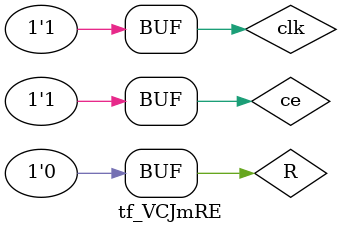
<source format=v>
`timescale 1ns / 1ps


module tf_VCJmRE;

	// Inputs
	reg ce;
	reg clk;
	reg R;

	// Outputs
	wire TC;
	wire CEO;
	wire [3:0] Q;

	// Instantiate the Unit Under Test (UUT)
	VCJmRE uut (
		.ce(ce), 
		.clk(clk), 
		.R(R), 
		.TC(TC), 
		.CEO(CEO), 
		.Q(Q)
	);

parameter Tclk=20; //Ïåðèîä ñèãíàëà ñèíõðîíèçàöèè 20 íñ
always begin clk=0; #(Tclk/2); clk=1; #(Tclk/2); end
parameter Tce=80; //Ïåðèîä ñèãíàëà ce 80 íñ
always begin ce=0; #(3*Tce/4); ce=1; #(1*Tce/4); end
initial begin // Initialize Inputs
clk = 0;
ce = 0;
R = 0; //Èñõîäíîå ñîñòîÿíèå âõîäîâ
#92; R = 1; //×åðåç 92 íñ 1
#5; R = 0; // ×åðåç 5 íñ 0
#111; R = 1; //×åðåç 111 íñ 1
#70; R = 0; // ×åðåç 70 íñ 0
end
      
endmodule


</source>
